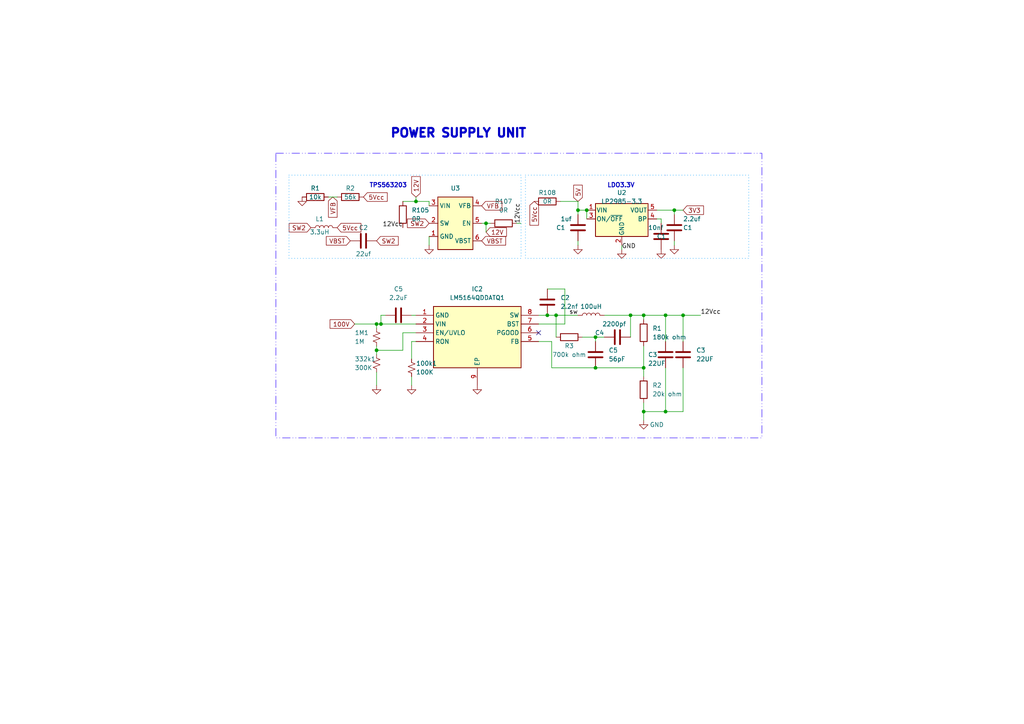
<source format=kicad_sch>
(kicad_sch (version 20230121) (generator eeschema)
  (paper "A4")
  (lib_symbols
    (symbol "Device:C" (pin_numbers hide) (pin_names (offset 0.254))
      (property "Reference" "C" (at 0.635 2.54 0))
      (property "Value" "C" (at 0.635 -2.54 0))
      (symbol "C_0_1"
        (polyline (pts (xy -2.032 -0.762) (xy 2.032 -0.762)) (stroke (width 0.508)))
        (polyline (pts (xy -2.032 0.762) (xy 2.032 0.762)) (stroke (width 0.508)))
      )
      (symbol "C_1_1"
        (pin passive line (at 0 3.81 270) (length 2.794) (name "~") (number "1"))
        (pin passive line (at 0 -3.81 90) (length 2.794) (name "~") (number "2"))
      )
    )
    (symbol "Device:L" (pin_numbers hide) (pin_names (offset 1.016) hide)
      (property "Reference" "L" (at -1.27 0 90))
      (property "Value" "L" (at 1.905 0 90))
      (symbol "L_0_1"
        (arc (start 0 -2.54) (mid 0.6323 -1.905) (end 0 -1.27))
        (arc (start 0 -1.27) (mid 0.6323 -0.635) (end 0 0))
        (arc (start 0 0) (mid 0.6323 0.635) (end 0 1.27))
        (arc (start 0 1.27) (mid 0.6323 1.905) (end 0 2.54))
      )
      (symbol "L_1_1"
        (pin passive line (at 0 3.81 270) (length 1.27) (name "1") (number "1"))
        (pin passive line (at 0 -3.81 90) (length 1.27) (name "2") (number "2"))
      )
    )
    (symbol "Device:R" (pin_numbers hide) (pin_names (offset 0))
      (property "Reference" "R" (at 2.032 0 90))
      (property "Value" "R" (at 0 0 90))
      (symbol "R_0_1"
        (rectangle (start -1.016 -2.54) (end 1.016 2.54) (stroke (width 0.254)))
      )
      (symbol "R_1_1"
        (pin passive line (at 0 3.81 270) (length 1.27) (name "~") (number "1"))
        (pin passive line (at 0 -3.81 90) (length 1.27) (name "~") (number "2"))
      )
    )
    (symbol "Device:R_Small_US" (pin_numbers hide) (pin_names (offset 0.254) hide)
      (property "Reference" "R" (at 0.762 0.508 0))
      (property "Value" "R_Small_US" (at 0.762 -1.016 0))
      (symbol "R_Small_US_1_1"
        (polyline (pts (xy 0 0) (xy 1.016 -0.381) (xy 0 -0.762) (xy -1.016 -1.143) (xy 0 -1.524)))
        (polyline (pts (xy 0 1.524) (xy 1.016 1.143) (xy 0 0.762) (xy -1.016 0.381) (xy 0 0)))
        (pin passive line (at 0 2.54 270) (length 1.016) (name "~") (number "1"))
        (pin passive line (at 0 -2.54 90) (length 1.016) (name "~") (number "2"))
      )
    )
    (symbol "LM5164QDDATQ1:LM5164QDDATQ1"
      (property "Reference" "IC" (at 31.75 7.62 0))
      (property "Value" "LM5164QDDATQ1" (at 31.75 5.08 0))
      (symbol "LM5164QDDATQ1_1_1"
        (rectangle (start 5.08 2.54) (end 30.48 -15.24) (stroke (width 0.254)) (fill (type background)))
        (pin passive line (at 0 0 0) (length 5.08) (name "GND") (number "1"))
        (pin passive line (at 0 -2.54 0) (length 5.08) (name "VIN") (number "2"))
        (pin passive line (at 0 -5.08 0) (length 5.08) (name "EN/UVLO") (number "3"))
        (pin passive line (at 0 -7.62 0) (length 5.08) (name "RON") (number "4"))
        (pin passive line (at 35.56 -7.62 180) (length 5.08) (name "FB") (number "5"))
        (pin passive line (at 35.56 -5.08 180) (length 5.08) (name "PGOOD") (number "6"))
        (pin passive line (at 35.56 -2.54 180) (length 5.08) (name "BST") (number "7"))
        (pin passive line (at 35.56 0 180) (length 5.08) (name "SW") (number "8"))
        (pin passive line (at 17.78 -20.32 90) (length 5.08) (name "EP") (number "9"))
      )
    )
    (symbol "Regulator_Linear:LP2985-3.3" (pin_names (offset 0.254))
      (property "Reference" "U7" (at 0 8.89 0))
      (property "Value" "LP2985-3.3" (at 0 6.35 0))
      (symbol "LP2985-3.3_0_1"
        (rectangle (start -7.62 -5.08) (end 7.62 4.445) (stroke (width 0.254)) (fill (type background)))
      )
      (symbol "LP2985-3.3_1_1"
        (pin input line (at -10.16 2.54 0) (length 2.54) (name "VIN") (number "1"))
        (pin power_out line (at 0 -7.62 90) (length 2.54) (name "GND") (number "2"))
        (pin input line (at -10.16 0 0) (length 2.54) (name "ON/~{OFF}") (number "3"))
        (pin input line (at 10.16 0 180) (length 2.54) (name "BP") (number "4"))
        (pin power_out line (at 10.16 2.54 180) (length 2.54) (name "VOUT") (number "5"))
      )
    )
    (symbol "Regulator_Switching:TPS563200"
      (property "Reference" "U5" (at 1.27 12.7 0))
      (symbol "TPS563200_0_1"
        (rectangle (start -3.81 -5.08) (end 6.35 10.16) (stroke (width 0.254)) (fill (type background)))
      )
      (symbol "TPS563200_1_1"
        (pin power_in line (at -6.35 -1.27 0) (length 2.54) (name "GND") (number "1"))
        (pin output line (at -6.35 2.54 0) (length 2.54) (name "SW") (number "2"))
        (pin input line (at -6.35 7.62 0) (length 2.54) (name "VIN") (number "3"))
        (pin input line (at 8.89 7.62 180) (length 2.54) (name "VFB") (number "4"))
        (pin input line (at 8.89 2.54 180) (length 2.54) (name "EN") (number "5"))
        (pin passive line (at 8.89 -2.54 180) (length 2.54) (name "VBST") (number "6"))
      )
    )
    (symbol "power:GND" (power) (pin_names (offset 0))
      (property "Value" "GND" (at 0 -3.81 0))
      (symbol "GND_0_1"
        (polyline (pts (xy 0 0) (xy 0 -1.27) (xy 1.27 -1.27) (xy 0 -2.54) (xy -1.27 -1.27) (xy 0 -1.27)))
      )
      (symbol "GND_1_1"
        (pin power_in line (at 0 0 270) (length 0) hide (name "GND") (number "1"))
      )
    )
  )
  (junction (at 172.72 97.79))
  (junction (at 193.04 91.44))
  (junction (at 186.69 119.38))
  (junction (at 158.75 91.44))
  (junction (at 167.64 60.96))
  (junction (at 193.04 119.38))
  (junction (at 109.22 101.6))
  (junction (at 172.72 106.68))
  (junction (at 186.69 106.68))
  (junction (at 186.69 91.44))
  (junction (at 161.29 91.44))
  (junction (at 198.12 91.44))
  (junction (at 195.58 60.96))
  (junction (at 110.49 93.98))
  (junction (at 170.18 60.96))
  (junction (at 182.88 91.44))
  (junction (at 109.22 93.98))
  (junction (at 120.65 58.42))
  (junction (at 140.97 64.77))
  (no_connect (at 156.21 96.52))
  (wire (pts (xy 140.97 64.77) (xy 142.24 64.77)))
  (wire (pts (xy 195.58 60.96) (xy 190.5 60.96)))
  (wire (pts (xy 156.21 99.06) (xy 160.02 99.06)))
  (wire (pts (xy 156.21 93.98) (xy 163.83 93.98)))
  (wire (pts (xy 110.49 93.98) (xy 120.65 93.98)))
  (wire (pts (xy 162.56 58.42) (xy 167.64 58.42)))
  (wire (pts (xy 124.46 68.58) (xy 124.46 71.12)))
  (wire (pts (xy 102.87 93.98) (xy 109.22 93.98)))
  (wire (pts (xy 172.72 106.68) (xy 186.69 106.68)))
  (wire (pts (xy 195.58 60.96) (xy 195.58 62.23)))
  (wire (pts (xy 175.26 91.44) (xy 182.88 91.44)))
  (wire (pts (xy 119.38 109.22) (xy 119.38 111.76)))
  (wire (pts (xy 167.64 60.96) (xy 170.18 60.96)))
  (wire (pts (xy 193.04 91.44) (xy 198.12 91.44)))
  (wire (pts (xy 116.84 96.52) (xy 116.84 101.6)))
  (wire (pts (xy 193.04 106.68) (xy 193.04 119.38)))
  (wire (pts (xy 139.7 64.77) (xy 140.97 64.77)))
  (wire (pts (xy 195.58 69.85) (xy 195.58 71.12)))
  (wire (pts (xy 163.83 83.82) (xy 158.75 83.82)))
  (wire (pts (xy 124.46 58.42) (xy 124.46 59.69)))
  (wire (pts (xy 198.12 91.44) (xy 198.12 99.06)))
  (wire (pts (xy 193.04 91.44) (xy 193.04 99.06)))
  (wire (pts (xy 109.22 107.95) (xy 109.22 111.76)))
  (wire (pts (xy 109.22 93.98) (xy 109.22 95.25)))
  (wire (pts (xy 180.34 71.12) (xy 180.34 72.39)))
  (wire (pts (xy 186.69 116.84) (xy 186.69 119.38)))
  (wire (pts (xy 95.25 57.15) (xy 97.79 57.15)))
  (wire (pts (xy 182.88 91.44) (xy 186.69 91.44)))
  (wire (pts (xy 182.88 91.44) (xy 182.88 97.79)))
  (wire (pts (xy 160.02 106.68) (xy 172.72 106.68)))
  (wire (pts (xy 163.83 93.98) (xy 163.83 83.82)))
  (wire (pts (xy 120.65 58.42) (xy 116.84 58.42)))
  (wire (pts (xy 167.64 60.96) (xy 167.64 62.23)))
  (wire (pts (xy 140.97 67.31) (xy 140.97 64.77)))
  (wire (pts (xy 120.65 57.15) (xy 120.65 58.42)))
  (wire (pts (xy 186.69 100.33) (xy 186.69 106.68)))
  (wire (pts (xy 170.18 60.96) (xy 170.18 63.5)))
  (wire (pts (xy 110.49 91.44) (xy 110.49 93.98)))
  (wire (pts (xy 161.29 91.44) (xy 161.29 97.79)))
  (wire (pts (xy 167.64 58.42) (xy 167.64 60.96)))
  (wire (pts (xy 109.22 101.6) (xy 109.22 102.87)))
  (wire (pts (xy 119.38 99.06) (xy 119.38 104.14)))
  (wire (pts (xy 116.84 101.6) (xy 109.22 101.6)))
  (wire (pts (xy 168.91 97.79) (xy 172.72 97.79)))
  (wire (pts (xy 160.02 99.06) (xy 160.02 106.68)))
  (wire (pts (xy 167.64 69.85) (xy 167.64 71.12)))
  (wire (pts (xy 186.69 91.44) (xy 186.69 92.71)))
  (wire (pts (xy 156.21 91.44) (xy 158.75 91.44)))
  (wire (pts (xy 198.12 119.38) (xy 193.04 119.38)))
  (wire (pts (xy 111.76 91.44) (xy 110.49 91.44)))
  (wire (pts (xy 186.69 119.38) (xy 193.04 119.38)))
  (wire (pts (xy 151.13 64.77) (xy 149.86 64.77)))
  (wire (pts (xy 109.22 100.33) (xy 109.22 101.6)))
  (wire (pts (xy 161.29 91.44) (xy 167.64 91.44)))
  (wire (pts (xy 198.12 91.44) (xy 203.2 91.44)))
  (wire (pts (xy 198.12 106.68) (xy 198.12 119.38)))
  (wire (pts (xy 198.12 60.96) (xy 195.58 60.96)))
  (wire (pts (xy 120.65 99.06) (xy 119.38 99.06)))
  (wire (pts (xy 190.5 63.5) (xy 191.77 63.5)))
  (wire (pts (xy 186.69 91.44) (xy 193.04 91.44)))
  (wire (pts (xy 172.72 97.79) (xy 175.26 97.79)))
  (wire (pts (xy 158.75 91.44) (xy 161.29 91.44)))
  (wire (pts (xy 120.65 58.42) (xy 124.46 58.42)))
  (wire (pts (xy 109.22 93.98) (xy 110.49 93.98)))
  (wire (pts (xy 120.65 96.52) (xy 116.84 96.52)))
  (wire (pts (xy 186.69 106.68) (xy 186.69 109.22)))
  (wire (pts (xy 186.69 119.38) (xy 186.69 121.92)))
  (wire (pts (xy 172.72 97.79) (xy 172.72 99.06)))
  (wire (pts (xy 191.77 63.5) (xy 191.77 64.77)))
  (wire (pts (xy 119.38 91.44) (xy 120.65 91.44)))
  (rectangle (start 193.04 50.8) (end 193.04 50.8))
  (rectangle (start 80.01 44.45) (end 220.98 127) (stroke (width 0.2) (type dash_dot_dot) (color 102 74 255 1)))
  (rectangle (start 83.82 50.8) (end 151.13 74.93) (stroke (width 0.2) (type dot) (color 56 179 255 1)))
  (rectangle (start 152.4 50.8) (end 217.17 74.93) (stroke (width 0.2) (type dot) (color 56 179 255 1)))
  (text "TPS563203" (at 118.11 54.61 0) (effects (font (size 1.27 1.27) (thickness 0.254) bold) (justify right bottom)))
  (text "POWER SUPPLY UNIT \n\n\n" (at 113.03 48.26 0) (effects (font (size 2.5 2.5) (thickness 0.65) bold) (justify left bottom)))
  (text "LDO3.3V" (at 184.15 54.61 0) (effects (font (size 1.27 1.27) (thickness 0.254) bold) (justify right bottom)))
  (label "12Vcc" (at 116.84 66.04 180))
  (label "12Vcc" (at 203.2 91.44 0))
  (label "12Vcc" (at 151.13 64.77 90))
  (label "GND" (at 180.34 72.39 0))
  (label "sw" (at 165.1 91.44 0))
  (global_label "VBST" (shape input) (at 101.6 69.85 180) (property "Intersheetrefs" "${INTERSHEET_REFS}" (effects hide)))
  (global_label "5Vcc" (shape input) (at 105.41 57.15 0) (property "Intersheetrefs" "${INTERSHEET_REFS}" (effects hide)))
  (global_label "VFB" (shape input) (at 139.7 59.69 0) (property "Intersheetrefs" "${INTERSHEET_REFS}" (effects hide)))
  (global_label "12V" (shape input) (at 140.97 67.31 0) (property "Intersheetrefs" "${INTERSHEET_REFS}" (effects hide)))
  (global_label "12V" (shape input) (at 120.65 57.15 90) (property "Intersheetrefs" "${INTERSHEET_REFS}" (effects hide)))
  (global_label "5Vcc" (shape input) (at 154.94 58.42 270) (property "Intersheetrefs" "${INTERSHEET_REFS}" (effects hide)))
  (global_label "VFB" (shape input) (at 96.52 57.15 270) (property "Intersheetrefs" "${INTERSHEET_REFS}" (effects hide)))
  (global_label "3V3" (shape input) (at 198.12 60.96 0) (property "Intersheetrefs" "${INTERSHEET_REFS}" (effects hide)))
  (global_label "SW2" (shape input) (at 90.17 66.04 180) (property "Intersheetrefs" "${INTERSHEET_REFS}" (effects hide)))
  (global_label "100V" (shape input) (at 102.87 93.98 180) (property "Intersheetrefs" "${INTERSHEET_REFS}" (effects hide)))
  (global_label "SW2" (shape input) (at 109.22 69.85 0) (property "Intersheetrefs" "${INTERSHEET_REFS}" (effects hide)))
  (global_label "5Vcc" (shape input) (at 97.79 66.04 0) (property "Intersheetrefs" "${INTERSHEET_REFS}" (effects hide)))
  (global_label "VBST" (shape input) (at 139.7 69.85 0) (property "Intersheetrefs" "${INTERSHEET_REFS}" (effects hide)))
  (global_label "SW2" (shape input) (at 124.46 64.77 180) (property "Intersheetrefs" "${INTERSHEET_REFS}" (effects hide)))
  (global_label "5V" (shape input) (at 167.64 58.42 90) (property "Intersheetrefs" "${INTERSHEET_REFS}" (effects hide)))
  (symbol (lib_id "Device:C") (at 191.77 68.58 0) (unit 1)
    (property "Reference" "C1" (at 190.5 68.58 0) (effects (justify left)))
    (property "Value" "10nf" (at 187.96 66.04 0) (effects (justify left)))
    (property "Footprint" "Capacitor_SMD:C_0603_1608Metric_Pad1.08x0.95mm_HandSolder" (effects hide))
    (instances (project "SOC 2" (path "" (reference "C1") (unit 1))) (project "SOC DISPLAY" (path "" (reference "C12") (unit 1)) (path "" (reference "C107") (unit 1))))
  )
  (symbol (lib_id "Device:R_Small_US") (at 109.22 97.79 0) (unit 1)
    (property "Reference" "1M1" (at 102.87 96.52 0) (effects (justify left)))
    (property "Value" "1M" (at 102.87 99.06 0) (effects (justify left)))
    (property "Footprint" "Resistor_SMD:R_0603_1608Metric_Pad0.98x0.95mm_HandSolder" (effects hide))
    (instances (project "SOC DISPLAY" (path "" (reference "1M1") (unit 1)) (path "" (reference "R103") (unit 1))))
  )
  (symbol (lib_id "power:GND") (at 109.22 111.76 0) (unit 1)
    (property "Reference" "#PWR04" (effects hide))
    (property "Value" "GND" (effects hide))
    (instances (project "SOC 2" (path "" (reference "#PWR04") (unit 1))) (project "SOC DISPLAY" (path "" (reference "#PWR014") (unit 1)) (path "" (reference "#PWR0102") (unit 1))))
  )
  (symbol (lib_id "Device:R") (at 101.6 57.15 90) (unit 1)
    (property "Reference" "R2" (at 101.6 54.61 90))
    (property "Value" "56k" (at 101.6 57.15 90))
    (property "Footprint" "Resistor_SMD:R_0603_1608Metric_Pad0.98x0.95mm_HandSolder" (effects hide))
    (instances (project "SOC 2" (path "" (reference "R2") (unit 1))) (project "SOC DISPLAY" (path "" (reference "R22") (unit 1)) (path "" (reference "R102") (unit 1))))
  )
  (symbol (lib_id "power:GND") (at 138.43 111.76 0) (unit 1)
    (property "Reference" "#PWR04" (effects hide))
    (property "Value" "GND" (effects hide))
    (instances (project "SOC 2" (path "" (reference "#PWR04") (unit 1))) (project "SOC DISPLAY" (path "" (reference "#PWR016") (unit 1)) (path "" (reference "#PWR0105") (unit 1))))
  )
  (symbol (lib_id "Device:R") (at 186.69 113.03 0) (unit 1)
    (property "Reference" "R2" (at 189.23 111.76 0) (effects (justify left)))
    (property "Value" "20k ohm" (at 189.23 114.3 0) (effects (justify left)))
    (property "Footprint" "Resistor_SMD:R_0603_1608Metric_Pad0.98x0.95mm_HandSolder" (effects hide))
    (instances (project "NIKITA LM5164" (path "" (reference "R2") (unit 1))) (project "SOC 2" (path "" (reference "R8") (unit 1))) (project "SOC DISPLAY" (path "" (reference "R29") (unit 1)) (path "" (reference "R111") (unit 1))))
  )
  (symbol (lib_id "Device:C") (at 115.57 91.44 270) (unit 1)
    (property "Reference" "C5" (at 115.57 83.82 90))
    (property "Value" "2.2uF" (at 115.57 86.36 90))
    (property "Footprint" "Capacitor_SMD:C_0603_1608Metric_Pad1.08x0.95mm_HandSolder" (effects hide))
    (instances (project "NIKITA LM5164" (path "" (reference "C5") (unit 1))) (project "SOC 2" (path "" (reference "C5") (unit 1))) (project "SOC DISPLAY" (path "" (reference "C5") (unit 1)) (path "" (reference "C102") (unit 1))))
  )
  (symbol (lib_id "power:GND") (at 124.46 71.12 0) (unit 1)
    (property "Reference" "#PWR04" (effects hide))
    (property "Value" "GND" (effects hide))
    (instances (project "SOC 2" (path "" (reference "#PWR04") (unit 1))) (project "SOC DISPLAY" (path "" (reference "#PWR017") (unit 1)) (path "" (reference "#PWR0104") (unit 1))))
  )
  (symbol (lib_id "Device:R_Small_US") (at 109.22 105.41 0) (unit 1)
    (property "Reference" "332k1" (at 102.87 104.14 0) (effects (justify left)))
    (property "Value" "300K" (at 102.87 106.68 0) (effects (justify left)))
    (property "Footprint" "Resistor_SMD:R_0603_1608Metric_Pad0.98x0.95mm_HandSolder" (effects hide))
    (instances (project "SOC DISPLAY" (path "" (reference "332k1") (unit 1)) (path "" (reference "R104") (unit 1))))
  )
  (symbol (lib_id "Device:C") (at 167.64 66.04 0) (unit 1)
    (property "Reference" "C1" (at 161.29 66.04 0) (effects (justify left)))
    (property "Value" "1uf" (at 162.56 63.5 0) (effects (justify left)))
    (property "Footprint" "Capacitor_SMD:C_0603_1608Metric_Pad1.08x0.95mm_HandSolder" (effects hide))
    (instances (project "SOC 2" (path "" (reference "C1") (unit 1))) (project "SOC DISPLAY" (path "" (reference "C8") (unit 1)) (path "" (reference "C104") (unit 1))))
  )
  (symbol (lib_id "Device:C") (at 195.58 66.04 0) (unit 1)
    (property "Reference" "C1" (at 198.12 66.04 0) (effects (justify left)))
    (property "Value" "2.2uf" (at 198.12 63.5 0) (effects (justify left)))
    (property "Footprint" "Capacitor_SMD:C_0603_1608Metric_Pad1.08x0.95mm_HandSolder" (effects hide))
    (instances (project "SOC 2" (path "" (reference "C1") (unit 1))) (project "SOC DISPLAY" (path "" (reference "C13") (unit 1)) (path "" (reference "C109") (unit 1))))
  )
  (symbol (lib_id "Device:C") (at 105.41 69.85 90) (unit 1)
    (property "Reference" "C2" (at 105.41 66.04 90))
    (property "Value" "22uf" (at 105.41 73.66 90))
    (property "Footprint" "Capacitor_SMD:C_0603_1608Metric_Pad1.08x0.95mm_HandSolder" (effects hide))
    (instances (project "SOC 2" (path "" (reference "C2") (unit 1))) (project "SOC DISPLAY" (path "" (reference "C4") (unit 1)) (path "" (reference "C101") (unit 1))))
  )
  (symbol (lib_id "Device:C") (at 179.07 97.79 90) (unit 1)
    (property "Reference" "C4" (at 175.26 96.52 90) (effects (justify left)))
    (property "Value" "2200pf" (at 181.61 93.98 90) (effects (justify left)))
    (property "Footprint" "Capacitor_SMD:C_0603_1608Metric_Pad1.08x0.95mm_HandSolder" (effects hide))
    (instances (project "NIKITA LM5164" (path "" (reference "C4") (unit 1))) (project "SOC 2" (path "" (reference "C6") (unit 1))) (project "SOC DISPLAY" (path "" (reference "C9") (unit 1)) (path "" (reference "C106") (unit 1))))
  )
  (symbol (lib_id "Device:C") (at 172.72 102.87 180) (unit 1)
    (property "Reference" "C5" (at 176.53 101.6 0) (effects (justify right)))
    (property "Value" "56pF" (at 176.53 104.14 0) (effects (justify right)))
    (property "Footprint" "Capacitor_SMD:C_0603_1608Metric_Pad1.08x0.95mm_HandSolder" (effects hide))
    (instances (project "NIKITA LM5164" (path "" (reference "C5") (unit 1))) (project "SOC 2" (path "" (reference "C5") (unit 1))) (project "SOC DISPLAY" (path "" (reference "C7") (unit 1)) (path "" (reference "C105") (unit 1))))
  )
  (symbol (lib_id "Device:R") (at 165.1 97.79 90) (unit 1)
    (property "Reference" "R3" (at 165.1 100.33 90))
    (property "Value" "700k ohm" (at 165.1 102.87 90))
    (property "Footprint" "Resistor_SMD:R_0603_1608Metric_Pad0.98x0.95mm_HandSolder" (effects hide))
    (instances (project "NIKITA LM5164" (path "" (reference "R3") (unit 1))) (project "SOC 2" (path "" (reference "R4") (unit 1))) (project "SOC DISPLAY" (path "" (reference "R27") (unit 1)) (path "" (reference "R109") (unit 1))))
  )
  (symbol (lib_id "Regulator_Switching:TPS563200") (at 130.81 67.31 0) (unit 1)
    (property "Reference" "U3" (at 132.08 54.61 0))
    (property "Value" "TPS563200" (effects hide))
    (property "Footprint" "Package_TO_SOT_SMD:SOT-23-6" (effects hide))
    (property "Datasheet" "http://www.ti.com/lit/ds/symlink/tps563200.pdf" (effects hide))
    (instances (project "SOC 2" (path "" (reference "U3") (unit 1))) (project "SOC DISPLAY" (path "" (reference "U4") (unit 1)) (path "" (reference "U101") (unit 1))))
  )
  (symbol (lib_id "Device:L") (at 171.45 91.44 90) (unit 1)
    (property "Reference" "L1" (effects hide))
    (property "Value" "100uH" (at 171.45 88.9 90))
    (property "Footprint" "LIB_1267AY-101M=P3.kicad_mod files:1267AY6R8NP3" (effects hide))
    (instances (project "NIKITA LM5164" (path "" (reference "L1") (unit 1))) (project "SOC 2" (path "" (reference "L2") (unit 1))) (project "SOC DISPLAY" (path "" (reference "L2") (unit 1)) (path "" (reference "L102") (unit 1))))
  )
  (symbol (lib_id "Device:R") (at 146.05 64.77 270) (unit 1)
    (property "Reference" "R107" (at 146.05 58.42 90))
    (property "Value" "0R" (at 146.05 60.96 90))
    (property "Footprint" "Resistor_SMD:R_0603_1608Metric_Pad0.98x0.95mm_HandSolder" (effects hide))
  )
  (symbol (lib_id "LM5164QDDATQ1:LM5164QDDATQ1") (at 120.65 91.44 0) (unit 1)
    (property "Reference" "IC2" (at 138.43 83.82 0))
    (property "Value" "LM5164QDDATQ1" (at 138.43 86.36 0))
    (property "Footprint" "LIB_LM5164QDDATQ1.kicad_mod files:SOIC127P600X170-9N" (effects hide))
    (property "Datasheet" "http://www.ti.com/lit/gpn/LM5164-Q1" (effects hide))
    (property "Height" "1.7" (effects hide))
    (property "Manufacturer_Name" "Texas Instruments" (effects hide))
    (property "Manufacturer_Part_Number" "LM5164QDDATQ1" (effects hide))
    (property "Mouser Part Number" "595-LM5164QDDATQ1" (effects hide))
    (property "Mouser Price/Stock" "https://www.mouser.co.uk/ProductDetail/Texas-Instruments/LM5164QDDATQ1?qs=PqoDHHvF64%252BzDzZmorCjJQ%3D%3D" (effects hide))
    (property "Arrow Part Number" "LM5164QDDATQ1" (effects hide))
    (property "Arrow Price/Stock" "https://www.arrow.com/en/products/lm5164qddatq1/texas-instruments?region=nac" (effects hide))
    (instances (project "SOC DISPLAY" (path "" (reference "IC2") (unit 1)) (path "" (reference "IC101") (unit 1))))
  )
  (symbol (lib_id "Device:R") (at 116.84 62.23 180) (unit 1)
    (property "Reference" "R105" (at 119.38 60.96 0) (effects (justify right)))
    (property "Value" "0R" (at 119.38 63.5 0) (effects (justify right)))
    (property "Footprint" "Resistor_SMD:R_0603_1608Metric_Pad0.98x0.95mm_HandSolder" (effects hide))
  )
  (symbol (lib_id "Device:L") (at 93.98 66.04 90) (unit 1)
    (property "Reference" "L1" (at 92.71 63.5 90))
    (property "Value" "3.3uH" (at 92.71 67.31 90))
    (property "Footprint" "Library:INR33" (effects hide))
    (instances (project "SOC 2" (path "" (reference "L1") (unit 1))) (project "SOC DISPLAY" (path "" (reference "L1") (unit 1)) (path "" (reference "L101") (unit 1))))
  )
  (symbol (lib_id "power:GND") (at 167.64 71.12 0) (unit 1)
    (property "Reference" "#PWR01" (effects hide))
    (property "Value" "GND" (effects hide))
    (instances (project "SOC 2" (path "" (reference "#PWR01") (unit 1))) (project "SOC DISPLAY" (path "" (reference "#PWR021") (unit 1)) (path "" (reference "#PWR0106") (unit 1))))
  )
  (symbol (lib_id "Device:R") (at 186.69 96.52 0) (unit 1)
    (property "Reference" "R1" (at 189.23 95.25 0) (effects (justify left)))
    (property "Value" "180k ohm" (at 189.23 97.79 0) (effects (justify left)))
    (property "Footprint" "Resistor_SMD:R_0603_1608Metric_Pad0.98x0.95mm_HandSolder" (effects hide))
    (instances (project "NIKITA LM5164" (path "" (reference "R1") (unit 1))) (project "SOC 2" (path "" (reference "R7") (unit 1))) (project "SOC DISPLAY" (path "" (reference "R28") (unit 1)) (path "" (reference "R110") (unit 1))))
  )
  (symbol (lib_id "Device:C") (at 158.75 87.63 180) (unit 1)
    (property "Reference" "C2" (at 162.56 86.36 0) (effects (justify right)))
    (property "Value" "2.2nf" (at 162.56 88.9 0) (effects (justify right)))
    (property "Footprint" "Capacitor_SMD:C_0603_1608Metric_Pad1.08x0.95mm_HandSolder" (effects hide))
    (instances (project "NIKITA LM5164" (path "" (reference "C2") (unit 1))) (project "SOC 2" (path "" (reference "C4") (unit 1))) (project "SOC DISPLAY" (path "" (reference "C6") (unit 1)) (path "" (reference "C103") (unit 1))))
  )
  (symbol (lib_id "Device:C") (at 198.12 102.87 0) (unit 1)
    (property "Reference" "C3" (at 201.93 101.6 0) (effects (justify left)))
    (property "Value" "22UF" (at 201.93 104.14 0) (effects (justify left)))
    (property "Footprint" "Capacitor_SMD:C_1206_3216Metric_Pad1.33x1.80mm_HandSolder" (effects hide))
    (instances (project "NIKITA LM5164" (path "" (reference "C3") (unit 1))) (project "SOC 2" (path "" (reference "C7") (unit 1))) (project "SOC DISPLAY" (path "" (reference "C11") (unit 1)) (path "" (reference "C110") (unit 1))))
  )
  (symbol (lib_id "power:GND") (at 180.34 72.39 0) (unit 1)
    (property "Reference" "#PWR05" (effects hide))
    (property "Value" "GND" (effects hide))
    (instances (project "SOC 2" (path "" (reference "#PWR05") (unit 1))) (project "SOC DISPLAY" (path "" (reference "#PWR023") (unit 1)) (path "" (reference "#PWR0107") (unit 1))))
  )
  (symbol (lib_id "Device:R_Small_US") (at 119.38 106.68 0) (unit 1)
    (property "Reference" "100k1" (at 120.65 105.41 0) (effects (justify left)))
    (property "Value" "100K" (at 120.65 107.95 0) (effects (justify left)))
    (property "Footprint" "Resistor_SMD:R_0603_1608Metric_Pad0.98x0.95mm_HandSolder" (effects hide))
    (instances (project "SOC DISPLAY" (path "" (reference "100k1") (unit 1)) (path "" (reference "R106") (unit 1))))
  )
  (symbol (lib_id "power:GND") (at 186.69 121.92 0) (unit 1)
    (property "Reference" "#PWR04" (effects hide))
    (property "Value" "GND" (at 190.5 123.19 0))
    (instances (project "NIKITA LM5164" (path "" (reference "#PWR04") (unit 1))) (project "SOC 2" (path "" (reference "#PWR09") (unit 1))) (project "SOC DISPLAY" (path "" (reference "#PWR022") (unit 1)) (path "" (reference "#PWR0108") (unit 1))))
  )
  (symbol (lib_id "Device:C") (at 193.04 102.87 0) (unit 1)
    (property "Reference" "C3" (at 187.96 102.87 0) (effects (justify left)))
    (property "Value" "22UF" (at 187.96 105.41 0) (effects (justify left)))
    (property "Footprint" "Capacitor_SMD:C_1206_3216Metric_Pad1.33x1.80mm_HandSolder" (effects hide))
    (instances (project "NIKITA LM5164" (path "" (reference "C3") (unit 1))) (project "SOC 2" (path "" (reference "C7") (unit 1))) (project "SOC DISPLAY" (path "" (reference "C10") (unit 1)) (path "" (reference "C108") (unit 1))))
  )
  (symbol (lib_id "Regulator_Linear:LP2985-3.3") (at 180.34 63.5 0) (unit 1)
    (property "Reference" "U2" (at 180.34 55.88 0))
    (property "Value" "LP2985-3.3" (at 180.34 58.42 0))
    (property "Footprint" "Package_TO_SOT_SMD:SOT-23-5" (effects hide))
    (property "Datasheet" "http://www.ti.com/lit/ds/symlink/lp2985.pdf" (effects hide))
    (instances (project "SOC 2" (path "" (reference "U2") (unit 1))) (project "SOC DISPLAY" (path "" (reference "U5") (unit 1)) (path "" (reference "U102") (unit 1))))
  )
  (symbol (lib_id "power:GND") (at 119.38 111.76 0) (unit 1)
    (property "Reference" "#PWR04" (effects hide))
    (property "Value" "GND" (effects hide))
    (instances (project "SOC 2" (path "" (reference "#PWR04") (unit 1))) (project "SOC DISPLAY" (path "" (reference "#PWR016") (unit 1)) (path "" (reference "#PWR0103") (unit 1))))
  )
  (symbol (lib_id "power:GND") (at 195.58 71.12 0) (unit 1)
    (property "Reference" "#PWR01" (effects hide))
    (property "Value" "GND" (effects hide))
    (instances (project "SOC 2" (path "" (reference "#PWR01") (unit 1))) (project "SOC DISPLAY" (path "" (reference "#PWR025") (unit 1)) (path "" (reference "#PWR0110") (unit 1))))
  )
  (symbol (lib_id "power:GND") (at 87.63 57.15 0) (unit 1)
    (property "Reference" "#PWR06" (effects hide))
    (property "Value" "GND" (effects hide))
    (instances (project "SOC 2" (path "" (reference "#PWR06") (unit 1))) (project "SOC DISPLAY" (path "" (reference "#PWR013") (unit 1)) (path "" (reference "#PWR0101") (unit 1))))
  )
  (symbol (lib_id "Device:R") (at 91.44 57.15 90) (unit 1)
    (property "Reference" "R1" (at 91.44 54.61 90))
    (property "Value" "10k" (at 91.44 57.15 90))
    (property "Footprint" "Resistor_SMD:R_0603_1608Metric_Pad0.98x0.95mm_HandSolder" (effects hide))
    (instances (project "SOC 2" (path "" (reference "R1") (unit 1))) (project "SOC DISPLAY" (path "" (reference "R21") (unit 1)) (path "" (reference "R101") (unit 1))))
  )
  (symbol (lib_id "Device:R") (at 158.75 58.42 90) (unit 1)
    (property "Reference" "R108" (at 158.75 55.88 90))
    (property "Value" "0R" (at 158.75 58.42 90))
    (property "Footprint" "Resistor_SMD:R_0603_1608Metric_Pad0.98x0.95mm_HandSolder" (effects hide))
  )
  (symbol (lib_id "power:GND") (at 191.77 72.39 0) (unit 1)
    (property "Reference" "#PWR05" (effects hide))
    (property "Value" "GND" (effects hide))
    (instances (project "SOC 2" (path "" (reference "#PWR05") (unit 1))) (project "SOC DISPLAY" (path "" (reference "#PWR024") (unit 1)) (path "" (reference "#PWR0109") (unit 1))))
  )
)
</source>
